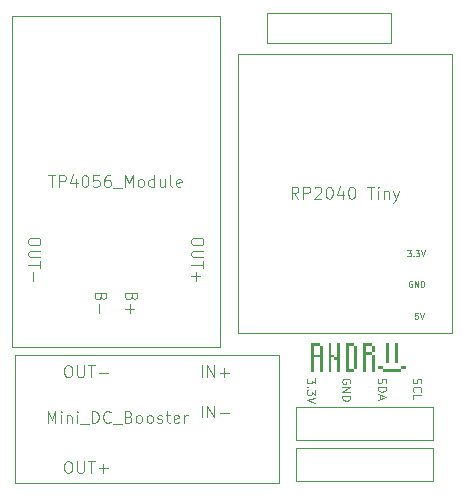
<source format=gto>
G04 #@! TF.GenerationSoftware,KiCad,Pcbnew,9.0.3*
G04 #@! TF.CreationDate,2025-12-21T00:47:55-08:00*
G04 #@! TF.ProjectId,fluid_keychain_electronics,666c7569-645f-46b6-9579-636861696e5f,rev?*
G04 #@! TF.SameCoordinates,Original*
G04 #@! TF.FileFunction,Legend,Top*
G04 #@! TF.FilePolarity,Positive*
%FSLAX46Y46*%
G04 Gerber Fmt 4.6, Leading zero omitted, Abs format (unit mm)*
G04 Created by KiCad (PCBNEW 9.0.3) date 2025-12-21 00:47:55*
%MOMM*%
%LPD*%
G01*
G04 APERTURE LIST*
G04 Aperture macros list*
%AMFreePoly0*
4,1,5,0.750000,-1.000000,-0.750000,-1.000000,-0.750000,1.000000,0.750000,1.000000,0.750000,-1.000000,0.750000,-1.000000,$1*%
G04 Aperture macros list end*
%ADD10C,0.100000*%
%ADD11C,0.000000*%
%ADD12C,2.000000*%
%ADD13R,2.500000X2.500000*%
%ADD14FreePoly0,90.000000*%
%ADD15FreePoly0,0.000000*%
%ADD16O,3.500000X2.000000*%
G04 APERTURE END LIST*
D10*
X100124200Y-57699122D02*
X100090866Y-57799122D01*
X100090866Y-57799122D02*
X100090866Y-57965789D01*
X100090866Y-57965789D02*
X100124200Y-58032455D01*
X100124200Y-58032455D02*
X100157533Y-58065789D01*
X100157533Y-58065789D02*
X100224200Y-58099122D01*
X100224200Y-58099122D02*
X100290866Y-58099122D01*
X100290866Y-58099122D02*
X100357533Y-58065789D01*
X100357533Y-58065789D02*
X100390866Y-58032455D01*
X100390866Y-58032455D02*
X100424200Y-57965789D01*
X100424200Y-57965789D02*
X100457533Y-57832455D01*
X100457533Y-57832455D02*
X100490866Y-57765789D01*
X100490866Y-57765789D02*
X100524200Y-57732455D01*
X100524200Y-57732455D02*
X100590866Y-57699122D01*
X100590866Y-57699122D02*
X100657533Y-57699122D01*
X100657533Y-57699122D02*
X100724200Y-57732455D01*
X100724200Y-57732455D02*
X100757533Y-57765789D01*
X100757533Y-57765789D02*
X100790866Y-57832455D01*
X100790866Y-57832455D02*
X100790866Y-57999122D01*
X100790866Y-57999122D02*
X100757533Y-58099122D01*
X100157533Y-58799122D02*
X100124200Y-58765789D01*
X100124200Y-58765789D02*
X100090866Y-58665789D01*
X100090866Y-58665789D02*
X100090866Y-58599122D01*
X100090866Y-58599122D02*
X100124200Y-58499122D01*
X100124200Y-58499122D02*
X100190866Y-58432456D01*
X100190866Y-58432456D02*
X100257533Y-58399122D01*
X100257533Y-58399122D02*
X100390866Y-58365789D01*
X100390866Y-58365789D02*
X100490866Y-58365789D01*
X100490866Y-58365789D02*
X100624200Y-58399122D01*
X100624200Y-58399122D02*
X100690866Y-58432456D01*
X100690866Y-58432456D02*
X100757533Y-58499122D01*
X100757533Y-58499122D02*
X100790866Y-58599122D01*
X100790866Y-58599122D02*
X100790866Y-58665789D01*
X100790866Y-58665789D02*
X100757533Y-58765789D01*
X100757533Y-58765789D02*
X100724200Y-58799122D01*
X100090866Y-59432456D02*
X100090866Y-59099122D01*
X100090866Y-59099122D02*
X100790866Y-59099122D01*
X91790866Y-57665789D02*
X91790866Y-58099122D01*
X91790866Y-58099122D02*
X91524200Y-57865789D01*
X91524200Y-57865789D02*
X91524200Y-57965789D01*
X91524200Y-57965789D02*
X91490866Y-58032455D01*
X91490866Y-58032455D02*
X91457533Y-58065789D01*
X91457533Y-58065789D02*
X91390866Y-58099122D01*
X91390866Y-58099122D02*
X91224200Y-58099122D01*
X91224200Y-58099122D02*
X91157533Y-58065789D01*
X91157533Y-58065789D02*
X91124200Y-58032455D01*
X91124200Y-58032455D02*
X91090866Y-57965789D01*
X91090866Y-57965789D02*
X91090866Y-57765789D01*
X91090866Y-57765789D02*
X91124200Y-57699122D01*
X91124200Y-57699122D02*
X91157533Y-57665789D01*
X91157533Y-58399122D02*
X91124200Y-58432456D01*
X91124200Y-58432456D02*
X91090866Y-58399122D01*
X91090866Y-58399122D02*
X91124200Y-58365789D01*
X91124200Y-58365789D02*
X91157533Y-58399122D01*
X91157533Y-58399122D02*
X91090866Y-58399122D01*
X91790866Y-58665789D02*
X91790866Y-59099122D01*
X91790866Y-59099122D02*
X91524200Y-58865789D01*
X91524200Y-58865789D02*
X91524200Y-58965789D01*
X91524200Y-58965789D02*
X91490866Y-59032455D01*
X91490866Y-59032455D02*
X91457533Y-59065789D01*
X91457533Y-59065789D02*
X91390866Y-59099122D01*
X91390866Y-59099122D02*
X91224200Y-59099122D01*
X91224200Y-59099122D02*
X91157533Y-59065789D01*
X91157533Y-59065789D02*
X91124200Y-59032455D01*
X91124200Y-59032455D02*
X91090866Y-58965789D01*
X91090866Y-58965789D02*
X91090866Y-58765789D01*
X91090866Y-58765789D02*
X91124200Y-58699122D01*
X91124200Y-58699122D02*
X91157533Y-58665789D01*
X91790866Y-59299122D02*
X91090866Y-59532456D01*
X91090866Y-59532456D02*
X91790866Y-59765789D01*
X94757533Y-58099122D02*
X94790866Y-58032455D01*
X94790866Y-58032455D02*
X94790866Y-57932455D01*
X94790866Y-57932455D02*
X94757533Y-57832455D01*
X94757533Y-57832455D02*
X94690866Y-57765789D01*
X94690866Y-57765789D02*
X94624200Y-57732455D01*
X94624200Y-57732455D02*
X94490866Y-57699122D01*
X94490866Y-57699122D02*
X94390866Y-57699122D01*
X94390866Y-57699122D02*
X94257533Y-57732455D01*
X94257533Y-57732455D02*
X94190866Y-57765789D01*
X94190866Y-57765789D02*
X94124200Y-57832455D01*
X94124200Y-57832455D02*
X94090866Y-57932455D01*
X94090866Y-57932455D02*
X94090866Y-57999122D01*
X94090866Y-57999122D02*
X94124200Y-58099122D01*
X94124200Y-58099122D02*
X94157533Y-58132455D01*
X94157533Y-58132455D02*
X94390866Y-58132455D01*
X94390866Y-58132455D02*
X94390866Y-57999122D01*
X94090866Y-58432455D02*
X94790866Y-58432455D01*
X94790866Y-58432455D02*
X94090866Y-58832455D01*
X94090866Y-58832455D02*
X94790866Y-58832455D01*
X94090866Y-59165788D02*
X94790866Y-59165788D01*
X94790866Y-59165788D02*
X94790866Y-59332455D01*
X94790866Y-59332455D02*
X94757533Y-59432455D01*
X94757533Y-59432455D02*
X94690866Y-59499122D01*
X94690866Y-59499122D02*
X94624200Y-59532455D01*
X94624200Y-59532455D02*
X94490866Y-59565788D01*
X94490866Y-59565788D02*
X94390866Y-59565788D01*
X94390866Y-59565788D02*
X94257533Y-59532455D01*
X94257533Y-59532455D02*
X94190866Y-59499122D01*
X94190866Y-59499122D02*
X94124200Y-59432455D01*
X94124200Y-59432455D02*
X94090866Y-59332455D01*
X94090866Y-59332455D02*
X94090866Y-59165788D01*
X97124200Y-57699122D02*
X97090866Y-57799122D01*
X97090866Y-57799122D02*
X97090866Y-57965789D01*
X97090866Y-57965789D02*
X97124200Y-58032455D01*
X97124200Y-58032455D02*
X97157533Y-58065789D01*
X97157533Y-58065789D02*
X97224200Y-58099122D01*
X97224200Y-58099122D02*
X97290866Y-58099122D01*
X97290866Y-58099122D02*
X97357533Y-58065789D01*
X97357533Y-58065789D02*
X97390866Y-58032455D01*
X97390866Y-58032455D02*
X97424200Y-57965789D01*
X97424200Y-57965789D02*
X97457533Y-57832455D01*
X97457533Y-57832455D02*
X97490866Y-57765789D01*
X97490866Y-57765789D02*
X97524200Y-57732455D01*
X97524200Y-57732455D02*
X97590866Y-57699122D01*
X97590866Y-57699122D02*
X97657533Y-57699122D01*
X97657533Y-57699122D02*
X97724200Y-57732455D01*
X97724200Y-57732455D02*
X97757533Y-57765789D01*
X97757533Y-57765789D02*
X97790866Y-57832455D01*
X97790866Y-57832455D02*
X97790866Y-57999122D01*
X97790866Y-57999122D02*
X97757533Y-58099122D01*
X97090866Y-58399122D02*
X97790866Y-58399122D01*
X97790866Y-58399122D02*
X97790866Y-58565789D01*
X97790866Y-58565789D02*
X97757533Y-58665789D01*
X97757533Y-58665789D02*
X97690866Y-58732456D01*
X97690866Y-58732456D02*
X97624200Y-58765789D01*
X97624200Y-58765789D02*
X97490866Y-58799122D01*
X97490866Y-58799122D02*
X97390866Y-58799122D01*
X97390866Y-58799122D02*
X97257533Y-58765789D01*
X97257533Y-58765789D02*
X97190866Y-58732456D01*
X97190866Y-58732456D02*
X97124200Y-58665789D01*
X97124200Y-58665789D02*
X97090866Y-58565789D01*
X97090866Y-58565789D02*
X97090866Y-58399122D01*
X97290866Y-59065789D02*
X97290866Y-59399122D01*
X97090866Y-58999122D02*
X97790866Y-59232456D01*
X97790866Y-59232456D02*
X97090866Y-59465789D01*
X69209523Y-40457419D02*
X69780951Y-40457419D01*
X69495237Y-41457419D02*
X69495237Y-40457419D01*
X70114285Y-41457419D02*
X70114285Y-40457419D01*
X70114285Y-40457419D02*
X70495237Y-40457419D01*
X70495237Y-40457419D02*
X70590475Y-40505038D01*
X70590475Y-40505038D02*
X70638094Y-40552657D01*
X70638094Y-40552657D02*
X70685713Y-40647895D01*
X70685713Y-40647895D02*
X70685713Y-40790752D01*
X70685713Y-40790752D02*
X70638094Y-40885990D01*
X70638094Y-40885990D02*
X70590475Y-40933609D01*
X70590475Y-40933609D02*
X70495237Y-40981228D01*
X70495237Y-40981228D02*
X70114285Y-40981228D01*
X71542856Y-40790752D02*
X71542856Y-41457419D01*
X71304761Y-40409800D02*
X71066666Y-41124085D01*
X71066666Y-41124085D02*
X71685713Y-41124085D01*
X72257142Y-40457419D02*
X72352380Y-40457419D01*
X72352380Y-40457419D02*
X72447618Y-40505038D01*
X72447618Y-40505038D02*
X72495237Y-40552657D01*
X72495237Y-40552657D02*
X72542856Y-40647895D01*
X72542856Y-40647895D02*
X72590475Y-40838371D01*
X72590475Y-40838371D02*
X72590475Y-41076466D01*
X72590475Y-41076466D02*
X72542856Y-41266942D01*
X72542856Y-41266942D02*
X72495237Y-41362180D01*
X72495237Y-41362180D02*
X72447618Y-41409800D01*
X72447618Y-41409800D02*
X72352380Y-41457419D01*
X72352380Y-41457419D02*
X72257142Y-41457419D01*
X72257142Y-41457419D02*
X72161904Y-41409800D01*
X72161904Y-41409800D02*
X72114285Y-41362180D01*
X72114285Y-41362180D02*
X72066666Y-41266942D01*
X72066666Y-41266942D02*
X72019047Y-41076466D01*
X72019047Y-41076466D02*
X72019047Y-40838371D01*
X72019047Y-40838371D02*
X72066666Y-40647895D01*
X72066666Y-40647895D02*
X72114285Y-40552657D01*
X72114285Y-40552657D02*
X72161904Y-40505038D01*
X72161904Y-40505038D02*
X72257142Y-40457419D01*
X73495237Y-40457419D02*
X73019047Y-40457419D01*
X73019047Y-40457419D02*
X72971428Y-40933609D01*
X72971428Y-40933609D02*
X73019047Y-40885990D01*
X73019047Y-40885990D02*
X73114285Y-40838371D01*
X73114285Y-40838371D02*
X73352380Y-40838371D01*
X73352380Y-40838371D02*
X73447618Y-40885990D01*
X73447618Y-40885990D02*
X73495237Y-40933609D01*
X73495237Y-40933609D02*
X73542856Y-41028847D01*
X73542856Y-41028847D02*
X73542856Y-41266942D01*
X73542856Y-41266942D02*
X73495237Y-41362180D01*
X73495237Y-41362180D02*
X73447618Y-41409800D01*
X73447618Y-41409800D02*
X73352380Y-41457419D01*
X73352380Y-41457419D02*
X73114285Y-41457419D01*
X73114285Y-41457419D02*
X73019047Y-41409800D01*
X73019047Y-41409800D02*
X72971428Y-41362180D01*
X74399999Y-40457419D02*
X74209523Y-40457419D01*
X74209523Y-40457419D02*
X74114285Y-40505038D01*
X74114285Y-40505038D02*
X74066666Y-40552657D01*
X74066666Y-40552657D02*
X73971428Y-40695514D01*
X73971428Y-40695514D02*
X73923809Y-40885990D01*
X73923809Y-40885990D02*
X73923809Y-41266942D01*
X73923809Y-41266942D02*
X73971428Y-41362180D01*
X73971428Y-41362180D02*
X74019047Y-41409800D01*
X74019047Y-41409800D02*
X74114285Y-41457419D01*
X74114285Y-41457419D02*
X74304761Y-41457419D01*
X74304761Y-41457419D02*
X74399999Y-41409800D01*
X74399999Y-41409800D02*
X74447618Y-41362180D01*
X74447618Y-41362180D02*
X74495237Y-41266942D01*
X74495237Y-41266942D02*
X74495237Y-41028847D01*
X74495237Y-41028847D02*
X74447618Y-40933609D01*
X74447618Y-40933609D02*
X74399999Y-40885990D01*
X74399999Y-40885990D02*
X74304761Y-40838371D01*
X74304761Y-40838371D02*
X74114285Y-40838371D01*
X74114285Y-40838371D02*
X74019047Y-40885990D01*
X74019047Y-40885990D02*
X73971428Y-40933609D01*
X73971428Y-40933609D02*
X73923809Y-41028847D01*
X74685714Y-41552657D02*
X75447618Y-41552657D01*
X75685714Y-41457419D02*
X75685714Y-40457419D01*
X75685714Y-40457419D02*
X76019047Y-41171704D01*
X76019047Y-41171704D02*
X76352380Y-40457419D01*
X76352380Y-40457419D02*
X76352380Y-41457419D01*
X76971428Y-41457419D02*
X76876190Y-41409800D01*
X76876190Y-41409800D02*
X76828571Y-41362180D01*
X76828571Y-41362180D02*
X76780952Y-41266942D01*
X76780952Y-41266942D02*
X76780952Y-40981228D01*
X76780952Y-40981228D02*
X76828571Y-40885990D01*
X76828571Y-40885990D02*
X76876190Y-40838371D01*
X76876190Y-40838371D02*
X76971428Y-40790752D01*
X76971428Y-40790752D02*
X77114285Y-40790752D01*
X77114285Y-40790752D02*
X77209523Y-40838371D01*
X77209523Y-40838371D02*
X77257142Y-40885990D01*
X77257142Y-40885990D02*
X77304761Y-40981228D01*
X77304761Y-40981228D02*
X77304761Y-41266942D01*
X77304761Y-41266942D02*
X77257142Y-41362180D01*
X77257142Y-41362180D02*
X77209523Y-41409800D01*
X77209523Y-41409800D02*
X77114285Y-41457419D01*
X77114285Y-41457419D02*
X76971428Y-41457419D01*
X78161904Y-41457419D02*
X78161904Y-40457419D01*
X78161904Y-41409800D02*
X78066666Y-41457419D01*
X78066666Y-41457419D02*
X77876190Y-41457419D01*
X77876190Y-41457419D02*
X77780952Y-41409800D01*
X77780952Y-41409800D02*
X77733333Y-41362180D01*
X77733333Y-41362180D02*
X77685714Y-41266942D01*
X77685714Y-41266942D02*
X77685714Y-40981228D01*
X77685714Y-40981228D02*
X77733333Y-40885990D01*
X77733333Y-40885990D02*
X77780952Y-40838371D01*
X77780952Y-40838371D02*
X77876190Y-40790752D01*
X77876190Y-40790752D02*
X78066666Y-40790752D01*
X78066666Y-40790752D02*
X78161904Y-40838371D01*
X79066666Y-40790752D02*
X79066666Y-41457419D01*
X78638095Y-40790752D02*
X78638095Y-41314561D01*
X78638095Y-41314561D02*
X78685714Y-41409800D01*
X78685714Y-41409800D02*
X78780952Y-41457419D01*
X78780952Y-41457419D02*
X78923809Y-41457419D01*
X78923809Y-41457419D02*
X79019047Y-41409800D01*
X79019047Y-41409800D02*
X79066666Y-41362180D01*
X79685714Y-41457419D02*
X79590476Y-41409800D01*
X79590476Y-41409800D02*
X79542857Y-41314561D01*
X79542857Y-41314561D02*
X79542857Y-40457419D01*
X80447619Y-41409800D02*
X80352381Y-41457419D01*
X80352381Y-41457419D02*
X80161905Y-41457419D01*
X80161905Y-41457419D02*
X80066667Y-41409800D01*
X80066667Y-41409800D02*
X80019048Y-41314561D01*
X80019048Y-41314561D02*
X80019048Y-40933609D01*
X80019048Y-40933609D02*
X80066667Y-40838371D01*
X80066667Y-40838371D02*
X80161905Y-40790752D01*
X80161905Y-40790752D02*
X80352381Y-40790752D01*
X80352381Y-40790752D02*
X80447619Y-40838371D01*
X80447619Y-40838371D02*
X80495238Y-40933609D01*
X80495238Y-40933609D02*
X80495238Y-41028847D01*
X80495238Y-41028847D02*
X80019048Y-41124085D01*
X73651390Y-50737217D02*
X73603771Y-50880074D01*
X73603771Y-50880074D02*
X73556152Y-50927693D01*
X73556152Y-50927693D02*
X73460914Y-50975312D01*
X73460914Y-50975312D02*
X73318057Y-50975312D01*
X73318057Y-50975312D02*
X73222819Y-50927693D01*
X73222819Y-50927693D02*
X73175200Y-50880074D01*
X73175200Y-50880074D02*
X73127580Y-50784836D01*
X73127580Y-50784836D02*
X73127580Y-50403884D01*
X73127580Y-50403884D02*
X74127580Y-50403884D01*
X74127580Y-50403884D02*
X74127580Y-50737217D01*
X74127580Y-50737217D02*
X74079961Y-50832455D01*
X74079961Y-50832455D02*
X74032342Y-50880074D01*
X74032342Y-50880074D02*
X73937104Y-50927693D01*
X73937104Y-50927693D02*
X73841866Y-50927693D01*
X73841866Y-50927693D02*
X73746628Y-50880074D01*
X73746628Y-50880074D02*
X73699009Y-50832455D01*
X73699009Y-50832455D02*
X73651390Y-50737217D01*
X73651390Y-50737217D02*
X73651390Y-50403884D01*
X73508533Y-51403884D02*
X73508533Y-52165789D01*
X82327580Y-45994360D02*
X82327580Y-46184836D01*
X82327580Y-46184836D02*
X82279961Y-46280074D01*
X82279961Y-46280074D02*
X82184723Y-46375312D01*
X82184723Y-46375312D02*
X81994247Y-46422931D01*
X81994247Y-46422931D02*
X81660914Y-46422931D01*
X81660914Y-46422931D02*
X81470438Y-46375312D01*
X81470438Y-46375312D02*
X81375200Y-46280074D01*
X81375200Y-46280074D02*
X81327580Y-46184836D01*
X81327580Y-46184836D02*
X81327580Y-45994360D01*
X81327580Y-45994360D02*
X81375200Y-45899122D01*
X81375200Y-45899122D02*
X81470438Y-45803884D01*
X81470438Y-45803884D02*
X81660914Y-45756265D01*
X81660914Y-45756265D02*
X81994247Y-45756265D01*
X81994247Y-45756265D02*
X82184723Y-45803884D01*
X82184723Y-45803884D02*
X82279961Y-45899122D01*
X82279961Y-45899122D02*
X82327580Y-45994360D01*
X82327580Y-46851503D02*
X81518057Y-46851503D01*
X81518057Y-46851503D02*
X81422819Y-46899122D01*
X81422819Y-46899122D02*
X81375200Y-46946741D01*
X81375200Y-46946741D02*
X81327580Y-47041979D01*
X81327580Y-47041979D02*
X81327580Y-47232455D01*
X81327580Y-47232455D02*
X81375200Y-47327693D01*
X81375200Y-47327693D02*
X81422819Y-47375312D01*
X81422819Y-47375312D02*
X81518057Y-47422931D01*
X81518057Y-47422931D02*
X82327580Y-47422931D01*
X82327580Y-47756265D02*
X82327580Y-48327693D01*
X81327580Y-48041979D02*
X82327580Y-48041979D01*
X81708533Y-48661027D02*
X81708533Y-49422932D01*
X81327580Y-49041979D02*
X82089485Y-49041979D01*
X76251390Y-50737217D02*
X76203771Y-50880074D01*
X76203771Y-50880074D02*
X76156152Y-50927693D01*
X76156152Y-50927693D02*
X76060914Y-50975312D01*
X76060914Y-50975312D02*
X75918057Y-50975312D01*
X75918057Y-50975312D02*
X75822819Y-50927693D01*
X75822819Y-50927693D02*
X75775200Y-50880074D01*
X75775200Y-50880074D02*
X75727580Y-50784836D01*
X75727580Y-50784836D02*
X75727580Y-50403884D01*
X75727580Y-50403884D02*
X76727580Y-50403884D01*
X76727580Y-50403884D02*
X76727580Y-50737217D01*
X76727580Y-50737217D02*
X76679961Y-50832455D01*
X76679961Y-50832455D02*
X76632342Y-50880074D01*
X76632342Y-50880074D02*
X76537104Y-50927693D01*
X76537104Y-50927693D02*
X76441866Y-50927693D01*
X76441866Y-50927693D02*
X76346628Y-50880074D01*
X76346628Y-50880074D02*
X76299009Y-50832455D01*
X76299009Y-50832455D02*
X76251390Y-50737217D01*
X76251390Y-50737217D02*
X76251390Y-50403884D01*
X76108533Y-51403884D02*
X76108533Y-52165789D01*
X75727580Y-51784836D02*
X76489485Y-51784836D01*
X68527580Y-45994360D02*
X68527580Y-46184836D01*
X68527580Y-46184836D02*
X68479961Y-46280074D01*
X68479961Y-46280074D02*
X68384723Y-46375312D01*
X68384723Y-46375312D02*
X68194247Y-46422931D01*
X68194247Y-46422931D02*
X67860914Y-46422931D01*
X67860914Y-46422931D02*
X67670438Y-46375312D01*
X67670438Y-46375312D02*
X67575200Y-46280074D01*
X67575200Y-46280074D02*
X67527580Y-46184836D01*
X67527580Y-46184836D02*
X67527580Y-45994360D01*
X67527580Y-45994360D02*
X67575200Y-45899122D01*
X67575200Y-45899122D02*
X67670438Y-45803884D01*
X67670438Y-45803884D02*
X67860914Y-45756265D01*
X67860914Y-45756265D02*
X68194247Y-45756265D01*
X68194247Y-45756265D02*
X68384723Y-45803884D01*
X68384723Y-45803884D02*
X68479961Y-45899122D01*
X68479961Y-45899122D02*
X68527580Y-45994360D01*
X68527580Y-46851503D02*
X67718057Y-46851503D01*
X67718057Y-46851503D02*
X67622819Y-46899122D01*
X67622819Y-46899122D02*
X67575200Y-46946741D01*
X67575200Y-46946741D02*
X67527580Y-47041979D01*
X67527580Y-47041979D02*
X67527580Y-47232455D01*
X67527580Y-47232455D02*
X67575200Y-47327693D01*
X67575200Y-47327693D02*
X67622819Y-47375312D01*
X67622819Y-47375312D02*
X67718057Y-47422931D01*
X67718057Y-47422931D02*
X68527580Y-47422931D01*
X68527580Y-47756265D02*
X68527580Y-48327693D01*
X67527580Y-48041979D02*
X68527580Y-48041979D01*
X67908533Y-48661027D02*
X67908533Y-49422932D01*
X90371428Y-42457419D02*
X90038095Y-41981228D01*
X89800000Y-42457419D02*
X89800000Y-41457419D01*
X89800000Y-41457419D02*
X90180952Y-41457419D01*
X90180952Y-41457419D02*
X90276190Y-41505038D01*
X90276190Y-41505038D02*
X90323809Y-41552657D01*
X90323809Y-41552657D02*
X90371428Y-41647895D01*
X90371428Y-41647895D02*
X90371428Y-41790752D01*
X90371428Y-41790752D02*
X90323809Y-41885990D01*
X90323809Y-41885990D02*
X90276190Y-41933609D01*
X90276190Y-41933609D02*
X90180952Y-41981228D01*
X90180952Y-41981228D02*
X89800000Y-41981228D01*
X90800000Y-42457419D02*
X90800000Y-41457419D01*
X90800000Y-41457419D02*
X91180952Y-41457419D01*
X91180952Y-41457419D02*
X91276190Y-41505038D01*
X91276190Y-41505038D02*
X91323809Y-41552657D01*
X91323809Y-41552657D02*
X91371428Y-41647895D01*
X91371428Y-41647895D02*
X91371428Y-41790752D01*
X91371428Y-41790752D02*
X91323809Y-41885990D01*
X91323809Y-41885990D02*
X91276190Y-41933609D01*
X91276190Y-41933609D02*
X91180952Y-41981228D01*
X91180952Y-41981228D02*
X90800000Y-41981228D01*
X91752381Y-41552657D02*
X91800000Y-41505038D01*
X91800000Y-41505038D02*
X91895238Y-41457419D01*
X91895238Y-41457419D02*
X92133333Y-41457419D01*
X92133333Y-41457419D02*
X92228571Y-41505038D01*
X92228571Y-41505038D02*
X92276190Y-41552657D01*
X92276190Y-41552657D02*
X92323809Y-41647895D01*
X92323809Y-41647895D02*
X92323809Y-41743133D01*
X92323809Y-41743133D02*
X92276190Y-41885990D01*
X92276190Y-41885990D02*
X91704762Y-42457419D01*
X91704762Y-42457419D02*
X92323809Y-42457419D01*
X92942857Y-41457419D02*
X93038095Y-41457419D01*
X93038095Y-41457419D02*
X93133333Y-41505038D01*
X93133333Y-41505038D02*
X93180952Y-41552657D01*
X93180952Y-41552657D02*
X93228571Y-41647895D01*
X93228571Y-41647895D02*
X93276190Y-41838371D01*
X93276190Y-41838371D02*
X93276190Y-42076466D01*
X93276190Y-42076466D02*
X93228571Y-42266942D01*
X93228571Y-42266942D02*
X93180952Y-42362180D01*
X93180952Y-42362180D02*
X93133333Y-42409800D01*
X93133333Y-42409800D02*
X93038095Y-42457419D01*
X93038095Y-42457419D02*
X92942857Y-42457419D01*
X92942857Y-42457419D02*
X92847619Y-42409800D01*
X92847619Y-42409800D02*
X92800000Y-42362180D01*
X92800000Y-42362180D02*
X92752381Y-42266942D01*
X92752381Y-42266942D02*
X92704762Y-42076466D01*
X92704762Y-42076466D02*
X92704762Y-41838371D01*
X92704762Y-41838371D02*
X92752381Y-41647895D01*
X92752381Y-41647895D02*
X92800000Y-41552657D01*
X92800000Y-41552657D02*
X92847619Y-41505038D01*
X92847619Y-41505038D02*
X92942857Y-41457419D01*
X94133333Y-41790752D02*
X94133333Y-42457419D01*
X93895238Y-41409800D02*
X93657143Y-42124085D01*
X93657143Y-42124085D02*
X94276190Y-42124085D01*
X94847619Y-41457419D02*
X94942857Y-41457419D01*
X94942857Y-41457419D02*
X95038095Y-41505038D01*
X95038095Y-41505038D02*
X95085714Y-41552657D01*
X95085714Y-41552657D02*
X95133333Y-41647895D01*
X95133333Y-41647895D02*
X95180952Y-41838371D01*
X95180952Y-41838371D02*
X95180952Y-42076466D01*
X95180952Y-42076466D02*
X95133333Y-42266942D01*
X95133333Y-42266942D02*
X95085714Y-42362180D01*
X95085714Y-42362180D02*
X95038095Y-42409800D01*
X95038095Y-42409800D02*
X94942857Y-42457419D01*
X94942857Y-42457419D02*
X94847619Y-42457419D01*
X94847619Y-42457419D02*
X94752381Y-42409800D01*
X94752381Y-42409800D02*
X94704762Y-42362180D01*
X94704762Y-42362180D02*
X94657143Y-42266942D01*
X94657143Y-42266942D02*
X94609524Y-42076466D01*
X94609524Y-42076466D02*
X94609524Y-41838371D01*
X94609524Y-41838371D02*
X94657143Y-41647895D01*
X94657143Y-41647895D02*
X94704762Y-41552657D01*
X94704762Y-41552657D02*
X94752381Y-41505038D01*
X94752381Y-41505038D02*
X94847619Y-41457419D01*
X96228572Y-41457419D02*
X96800000Y-41457419D01*
X96514286Y-42457419D02*
X96514286Y-41457419D01*
X97133334Y-42457419D02*
X97133334Y-41790752D01*
X97133334Y-41457419D02*
X97085715Y-41505038D01*
X97085715Y-41505038D02*
X97133334Y-41552657D01*
X97133334Y-41552657D02*
X97180953Y-41505038D01*
X97180953Y-41505038D02*
X97133334Y-41457419D01*
X97133334Y-41457419D02*
X97133334Y-41552657D01*
X97609524Y-41790752D02*
X97609524Y-42457419D01*
X97609524Y-41885990D02*
X97657143Y-41838371D01*
X97657143Y-41838371D02*
X97752381Y-41790752D01*
X97752381Y-41790752D02*
X97895238Y-41790752D01*
X97895238Y-41790752D02*
X97990476Y-41838371D01*
X97990476Y-41838371D02*
X98038095Y-41933609D01*
X98038095Y-41933609D02*
X98038095Y-42457419D01*
X98419048Y-41790752D02*
X98657143Y-42457419D01*
X98895238Y-41790752D02*
X98657143Y-42457419D01*
X98657143Y-42457419D02*
X98561905Y-42695514D01*
X98561905Y-42695514D02*
X98514286Y-42743133D01*
X98514286Y-42743133D02*
X98419048Y-42790752D01*
X100486592Y-52133609D02*
X100248497Y-52133609D01*
X100248497Y-52133609D02*
X100224688Y-52371704D01*
X100224688Y-52371704D02*
X100248497Y-52347895D01*
X100248497Y-52347895D02*
X100296116Y-52324085D01*
X100296116Y-52324085D02*
X100415164Y-52324085D01*
X100415164Y-52324085D02*
X100462783Y-52347895D01*
X100462783Y-52347895D02*
X100486592Y-52371704D01*
X100486592Y-52371704D02*
X100510402Y-52419323D01*
X100510402Y-52419323D02*
X100510402Y-52538371D01*
X100510402Y-52538371D02*
X100486592Y-52585990D01*
X100486592Y-52585990D02*
X100462783Y-52609800D01*
X100462783Y-52609800D02*
X100415164Y-52633609D01*
X100415164Y-52633609D02*
X100296116Y-52633609D01*
X100296116Y-52633609D02*
X100248497Y-52609800D01*
X100248497Y-52609800D02*
X100224688Y-52585990D01*
X100653259Y-52133609D02*
X100819925Y-52633609D01*
X100819925Y-52633609D02*
X100986592Y-52133609D01*
X99991353Y-49457419D02*
X99943734Y-49433609D01*
X99943734Y-49433609D02*
X99872305Y-49433609D01*
X99872305Y-49433609D02*
X99800877Y-49457419D01*
X99800877Y-49457419D02*
X99753258Y-49505038D01*
X99753258Y-49505038D02*
X99729448Y-49552657D01*
X99729448Y-49552657D02*
X99705639Y-49647895D01*
X99705639Y-49647895D02*
X99705639Y-49719323D01*
X99705639Y-49719323D02*
X99729448Y-49814561D01*
X99729448Y-49814561D02*
X99753258Y-49862180D01*
X99753258Y-49862180D02*
X99800877Y-49909800D01*
X99800877Y-49909800D02*
X99872305Y-49933609D01*
X99872305Y-49933609D02*
X99919924Y-49933609D01*
X99919924Y-49933609D02*
X99991353Y-49909800D01*
X99991353Y-49909800D02*
X100015162Y-49885990D01*
X100015162Y-49885990D02*
X100015162Y-49719323D01*
X100015162Y-49719323D02*
X99919924Y-49719323D01*
X100229448Y-49933609D02*
X100229448Y-49433609D01*
X100229448Y-49433609D02*
X100515162Y-49933609D01*
X100515162Y-49933609D02*
X100515162Y-49433609D01*
X100753258Y-49933609D02*
X100753258Y-49433609D01*
X100753258Y-49433609D02*
X100872306Y-49433609D01*
X100872306Y-49433609D02*
X100943734Y-49457419D01*
X100943734Y-49457419D02*
X100991353Y-49505038D01*
X100991353Y-49505038D02*
X101015163Y-49552657D01*
X101015163Y-49552657D02*
X101038972Y-49647895D01*
X101038972Y-49647895D02*
X101038972Y-49719323D01*
X101038972Y-49719323D02*
X101015163Y-49814561D01*
X101015163Y-49814561D02*
X100991353Y-49862180D01*
X100991353Y-49862180D02*
X100943734Y-49909800D01*
X100943734Y-49909800D02*
X100872306Y-49933609D01*
X100872306Y-49933609D02*
X100753258Y-49933609D01*
X99586593Y-46833609D02*
X99896117Y-46833609D01*
X99896117Y-46833609D02*
X99729450Y-47024085D01*
X99729450Y-47024085D02*
X99800879Y-47024085D01*
X99800879Y-47024085D02*
X99848498Y-47047895D01*
X99848498Y-47047895D02*
X99872307Y-47071704D01*
X99872307Y-47071704D02*
X99896117Y-47119323D01*
X99896117Y-47119323D02*
X99896117Y-47238371D01*
X99896117Y-47238371D02*
X99872307Y-47285990D01*
X99872307Y-47285990D02*
X99848498Y-47309800D01*
X99848498Y-47309800D02*
X99800879Y-47333609D01*
X99800879Y-47333609D02*
X99658022Y-47333609D01*
X99658022Y-47333609D02*
X99610403Y-47309800D01*
X99610403Y-47309800D02*
X99586593Y-47285990D01*
X100110402Y-47285990D02*
X100134212Y-47309800D01*
X100134212Y-47309800D02*
X100110402Y-47333609D01*
X100110402Y-47333609D02*
X100086593Y-47309800D01*
X100086593Y-47309800D02*
X100110402Y-47285990D01*
X100110402Y-47285990D02*
X100110402Y-47333609D01*
X100300878Y-46833609D02*
X100610402Y-46833609D01*
X100610402Y-46833609D02*
X100443735Y-47024085D01*
X100443735Y-47024085D02*
X100515164Y-47024085D01*
X100515164Y-47024085D02*
X100562783Y-47047895D01*
X100562783Y-47047895D02*
X100586592Y-47071704D01*
X100586592Y-47071704D02*
X100610402Y-47119323D01*
X100610402Y-47119323D02*
X100610402Y-47238371D01*
X100610402Y-47238371D02*
X100586592Y-47285990D01*
X100586592Y-47285990D02*
X100562783Y-47309800D01*
X100562783Y-47309800D02*
X100515164Y-47333609D01*
X100515164Y-47333609D02*
X100372307Y-47333609D01*
X100372307Y-47333609D02*
X100324688Y-47309800D01*
X100324688Y-47309800D02*
X100300878Y-47285990D01*
X100753259Y-46833609D02*
X100919925Y-47333609D01*
X100919925Y-47333609D02*
X101086592Y-46833609D01*
X69142857Y-61457419D02*
X69142857Y-60457419D01*
X69142857Y-60457419D02*
X69476190Y-61171704D01*
X69476190Y-61171704D02*
X69809523Y-60457419D01*
X69809523Y-60457419D02*
X69809523Y-61457419D01*
X70285714Y-61457419D02*
X70285714Y-60790752D01*
X70285714Y-60457419D02*
X70238095Y-60505038D01*
X70238095Y-60505038D02*
X70285714Y-60552657D01*
X70285714Y-60552657D02*
X70333333Y-60505038D01*
X70333333Y-60505038D02*
X70285714Y-60457419D01*
X70285714Y-60457419D02*
X70285714Y-60552657D01*
X70761904Y-60790752D02*
X70761904Y-61457419D01*
X70761904Y-60885990D02*
X70809523Y-60838371D01*
X70809523Y-60838371D02*
X70904761Y-60790752D01*
X70904761Y-60790752D02*
X71047618Y-60790752D01*
X71047618Y-60790752D02*
X71142856Y-60838371D01*
X71142856Y-60838371D02*
X71190475Y-60933609D01*
X71190475Y-60933609D02*
X71190475Y-61457419D01*
X71666666Y-61457419D02*
X71666666Y-60790752D01*
X71666666Y-60457419D02*
X71619047Y-60505038D01*
X71619047Y-60505038D02*
X71666666Y-60552657D01*
X71666666Y-60552657D02*
X71714285Y-60505038D01*
X71714285Y-60505038D02*
X71666666Y-60457419D01*
X71666666Y-60457419D02*
X71666666Y-60552657D01*
X71904761Y-61552657D02*
X72666665Y-61552657D01*
X72904761Y-61457419D02*
X72904761Y-60457419D01*
X72904761Y-60457419D02*
X73142856Y-60457419D01*
X73142856Y-60457419D02*
X73285713Y-60505038D01*
X73285713Y-60505038D02*
X73380951Y-60600276D01*
X73380951Y-60600276D02*
X73428570Y-60695514D01*
X73428570Y-60695514D02*
X73476189Y-60885990D01*
X73476189Y-60885990D02*
X73476189Y-61028847D01*
X73476189Y-61028847D02*
X73428570Y-61219323D01*
X73428570Y-61219323D02*
X73380951Y-61314561D01*
X73380951Y-61314561D02*
X73285713Y-61409800D01*
X73285713Y-61409800D02*
X73142856Y-61457419D01*
X73142856Y-61457419D02*
X72904761Y-61457419D01*
X74476189Y-61362180D02*
X74428570Y-61409800D01*
X74428570Y-61409800D02*
X74285713Y-61457419D01*
X74285713Y-61457419D02*
X74190475Y-61457419D01*
X74190475Y-61457419D02*
X74047618Y-61409800D01*
X74047618Y-61409800D02*
X73952380Y-61314561D01*
X73952380Y-61314561D02*
X73904761Y-61219323D01*
X73904761Y-61219323D02*
X73857142Y-61028847D01*
X73857142Y-61028847D02*
X73857142Y-60885990D01*
X73857142Y-60885990D02*
X73904761Y-60695514D01*
X73904761Y-60695514D02*
X73952380Y-60600276D01*
X73952380Y-60600276D02*
X74047618Y-60505038D01*
X74047618Y-60505038D02*
X74190475Y-60457419D01*
X74190475Y-60457419D02*
X74285713Y-60457419D01*
X74285713Y-60457419D02*
X74428570Y-60505038D01*
X74428570Y-60505038D02*
X74476189Y-60552657D01*
X74666666Y-61552657D02*
X75428570Y-61552657D01*
X75999999Y-60933609D02*
X76142856Y-60981228D01*
X76142856Y-60981228D02*
X76190475Y-61028847D01*
X76190475Y-61028847D02*
X76238094Y-61124085D01*
X76238094Y-61124085D02*
X76238094Y-61266942D01*
X76238094Y-61266942D02*
X76190475Y-61362180D01*
X76190475Y-61362180D02*
X76142856Y-61409800D01*
X76142856Y-61409800D02*
X76047618Y-61457419D01*
X76047618Y-61457419D02*
X75666666Y-61457419D01*
X75666666Y-61457419D02*
X75666666Y-60457419D01*
X75666666Y-60457419D02*
X75999999Y-60457419D01*
X75999999Y-60457419D02*
X76095237Y-60505038D01*
X76095237Y-60505038D02*
X76142856Y-60552657D01*
X76142856Y-60552657D02*
X76190475Y-60647895D01*
X76190475Y-60647895D02*
X76190475Y-60743133D01*
X76190475Y-60743133D02*
X76142856Y-60838371D01*
X76142856Y-60838371D02*
X76095237Y-60885990D01*
X76095237Y-60885990D02*
X75999999Y-60933609D01*
X75999999Y-60933609D02*
X75666666Y-60933609D01*
X76809523Y-61457419D02*
X76714285Y-61409800D01*
X76714285Y-61409800D02*
X76666666Y-61362180D01*
X76666666Y-61362180D02*
X76619047Y-61266942D01*
X76619047Y-61266942D02*
X76619047Y-60981228D01*
X76619047Y-60981228D02*
X76666666Y-60885990D01*
X76666666Y-60885990D02*
X76714285Y-60838371D01*
X76714285Y-60838371D02*
X76809523Y-60790752D01*
X76809523Y-60790752D02*
X76952380Y-60790752D01*
X76952380Y-60790752D02*
X77047618Y-60838371D01*
X77047618Y-60838371D02*
X77095237Y-60885990D01*
X77095237Y-60885990D02*
X77142856Y-60981228D01*
X77142856Y-60981228D02*
X77142856Y-61266942D01*
X77142856Y-61266942D02*
X77095237Y-61362180D01*
X77095237Y-61362180D02*
X77047618Y-61409800D01*
X77047618Y-61409800D02*
X76952380Y-61457419D01*
X76952380Y-61457419D02*
X76809523Y-61457419D01*
X77714285Y-61457419D02*
X77619047Y-61409800D01*
X77619047Y-61409800D02*
X77571428Y-61362180D01*
X77571428Y-61362180D02*
X77523809Y-61266942D01*
X77523809Y-61266942D02*
X77523809Y-60981228D01*
X77523809Y-60981228D02*
X77571428Y-60885990D01*
X77571428Y-60885990D02*
X77619047Y-60838371D01*
X77619047Y-60838371D02*
X77714285Y-60790752D01*
X77714285Y-60790752D02*
X77857142Y-60790752D01*
X77857142Y-60790752D02*
X77952380Y-60838371D01*
X77952380Y-60838371D02*
X77999999Y-60885990D01*
X77999999Y-60885990D02*
X78047618Y-60981228D01*
X78047618Y-60981228D02*
X78047618Y-61266942D01*
X78047618Y-61266942D02*
X77999999Y-61362180D01*
X77999999Y-61362180D02*
X77952380Y-61409800D01*
X77952380Y-61409800D02*
X77857142Y-61457419D01*
X77857142Y-61457419D02*
X77714285Y-61457419D01*
X78428571Y-61409800D02*
X78523809Y-61457419D01*
X78523809Y-61457419D02*
X78714285Y-61457419D01*
X78714285Y-61457419D02*
X78809523Y-61409800D01*
X78809523Y-61409800D02*
X78857142Y-61314561D01*
X78857142Y-61314561D02*
X78857142Y-61266942D01*
X78857142Y-61266942D02*
X78809523Y-61171704D01*
X78809523Y-61171704D02*
X78714285Y-61124085D01*
X78714285Y-61124085D02*
X78571428Y-61124085D01*
X78571428Y-61124085D02*
X78476190Y-61076466D01*
X78476190Y-61076466D02*
X78428571Y-60981228D01*
X78428571Y-60981228D02*
X78428571Y-60933609D01*
X78428571Y-60933609D02*
X78476190Y-60838371D01*
X78476190Y-60838371D02*
X78571428Y-60790752D01*
X78571428Y-60790752D02*
X78714285Y-60790752D01*
X78714285Y-60790752D02*
X78809523Y-60838371D01*
X79142857Y-60790752D02*
X79523809Y-60790752D01*
X79285714Y-60457419D02*
X79285714Y-61314561D01*
X79285714Y-61314561D02*
X79333333Y-61409800D01*
X79333333Y-61409800D02*
X79428571Y-61457419D01*
X79428571Y-61457419D02*
X79523809Y-61457419D01*
X80238095Y-61409800D02*
X80142857Y-61457419D01*
X80142857Y-61457419D02*
X79952381Y-61457419D01*
X79952381Y-61457419D02*
X79857143Y-61409800D01*
X79857143Y-61409800D02*
X79809524Y-61314561D01*
X79809524Y-61314561D02*
X79809524Y-60933609D01*
X79809524Y-60933609D02*
X79857143Y-60838371D01*
X79857143Y-60838371D02*
X79952381Y-60790752D01*
X79952381Y-60790752D02*
X80142857Y-60790752D01*
X80142857Y-60790752D02*
X80238095Y-60838371D01*
X80238095Y-60838371D02*
X80285714Y-60933609D01*
X80285714Y-60933609D02*
X80285714Y-61028847D01*
X80285714Y-61028847D02*
X79809524Y-61124085D01*
X80714286Y-61457419D02*
X80714286Y-60790752D01*
X80714286Y-60981228D02*
X80761905Y-60885990D01*
X80761905Y-60885990D02*
X80809524Y-60838371D01*
X80809524Y-60838371D02*
X80904762Y-60790752D01*
X80904762Y-60790752D02*
X81000000Y-60790752D01*
X82203884Y-57572419D02*
X82203884Y-56572419D01*
X82680074Y-57572419D02*
X82680074Y-56572419D01*
X82680074Y-56572419D02*
X83251502Y-57572419D01*
X83251502Y-57572419D02*
X83251502Y-56572419D01*
X83727693Y-57191466D02*
X84489598Y-57191466D01*
X84108645Y-57572419D02*
X84108645Y-56810514D01*
X70794360Y-56572419D02*
X70984836Y-56572419D01*
X70984836Y-56572419D02*
X71080074Y-56620038D01*
X71080074Y-56620038D02*
X71175312Y-56715276D01*
X71175312Y-56715276D02*
X71222931Y-56905752D01*
X71222931Y-56905752D02*
X71222931Y-57239085D01*
X71222931Y-57239085D02*
X71175312Y-57429561D01*
X71175312Y-57429561D02*
X71080074Y-57524800D01*
X71080074Y-57524800D02*
X70984836Y-57572419D01*
X70984836Y-57572419D02*
X70794360Y-57572419D01*
X70794360Y-57572419D02*
X70699122Y-57524800D01*
X70699122Y-57524800D02*
X70603884Y-57429561D01*
X70603884Y-57429561D02*
X70556265Y-57239085D01*
X70556265Y-57239085D02*
X70556265Y-56905752D01*
X70556265Y-56905752D02*
X70603884Y-56715276D01*
X70603884Y-56715276D02*
X70699122Y-56620038D01*
X70699122Y-56620038D02*
X70794360Y-56572419D01*
X71651503Y-56572419D02*
X71651503Y-57381942D01*
X71651503Y-57381942D02*
X71699122Y-57477180D01*
X71699122Y-57477180D02*
X71746741Y-57524800D01*
X71746741Y-57524800D02*
X71841979Y-57572419D01*
X71841979Y-57572419D02*
X72032455Y-57572419D01*
X72032455Y-57572419D02*
X72127693Y-57524800D01*
X72127693Y-57524800D02*
X72175312Y-57477180D01*
X72175312Y-57477180D02*
X72222931Y-57381942D01*
X72222931Y-57381942D02*
X72222931Y-56572419D01*
X72556265Y-56572419D02*
X73127693Y-56572419D01*
X72841979Y-57572419D02*
X72841979Y-56572419D01*
X73461027Y-57191466D02*
X74222932Y-57191466D01*
X70794360Y-64672419D02*
X70984836Y-64672419D01*
X70984836Y-64672419D02*
X71080074Y-64720038D01*
X71080074Y-64720038D02*
X71175312Y-64815276D01*
X71175312Y-64815276D02*
X71222931Y-65005752D01*
X71222931Y-65005752D02*
X71222931Y-65339085D01*
X71222931Y-65339085D02*
X71175312Y-65529561D01*
X71175312Y-65529561D02*
X71080074Y-65624800D01*
X71080074Y-65624800D02*
X70984836Y-65672419D01*
X70984836Y-65672419D02*
X70794360Y-65672419D01*
X70794360Y-65672419D02*
X70699122Y-65624800D01*
X70699122Y-65624800D02*
X70603884Y-65529561D01*
X70603884Y-65529561D02*
X70556265Y-65339085D01*
X70556265Y-65339085D02*
X70556265Y-65005752D01*
X70556265Y-65005752D02*
X70603884Y-64815276D01*
X70603884Y-64815276D02*
X70699122Y-64720038D01*
X70699122Y-64720038D02*
X70794360Y-64672419D01*
X71651503Y-64672419D02*
X71651503Y-65481942D01*
X71651503Y-65481942D02*
X71699122Y-65577180D01*
X71699122Y-65577180D02*
X71746741Y-65624800D01*
X71746741Y-65624800D02*
X71841979Y-65672419D01*
X71841979Y-65672419D02*
X72032455Y-65672419D01*
X72032455Y-65672419D02*
X72127693Y-65624800D01*
X72127693Y-65624800D02*
X72175312Y-65577180D01*
X72175312Y-65577180D02*
X72222931Y-65481942D01*
X72222931Y-65481942D02*
X72222931Y-64672419D01*
X72556265Y-64672419D02*
X73127693Y-64672419D01*
X72841979Y-65672419D02*
X72841979Y-64672419D01*
X73461027Y-65291466D02*
X74222932Y-65291466D01*
X73841979Y-65672419D02*
X73841979Y-64910514D01*
X82203884Y-60972419D02*
X82203884Y-59972419D01*
X82680074Y-60972419D02*
X82680074Y-59972419D01*
X82680074Y-59972419D02*
X83251502Y-60972419D01*
X83251502Y-60972419D02*
X83251502Y-59972419D01*
X83727693Y-60591466D02*
X84489598Y-60591466D01*
X90200000Y-60100000D02*
X101800000Y-60100000D01*
X101800000Y-62900000D01*
X90200000Y-62900000D01*
X90200000Y-60100000D01*
X66100000Y-27000000D02*
X83700000Y-27000000D01*
X83700000Y-55000000D01*
X66100000Y-55000000D01*
X66100000Y-27000000D01*
X87750000Y-26700000D02*
X98250000Y-26700000D01*
X98250000Y-29300000D01*
X87750000Y-29300000D01*
X87750000Y-26700000D01*
X85250000Y-53800000D02*
X103350000Y-53800000D01*
X103350000Y-30200000D01*
X85250000Y-30200000D01*
X85250000Y-53800000D01*
X90200000Y-63600000D02*
X101800000Y-63600000D01*
X101800000Y-66400000D01*
X90200000Y-66400000D01*
X90200000Y-63600000D01*
X66400000Y-55700000D02*
X88700000Y-55700000D01*
X88700000Y-66500000D01*
X66400000Y-66500000D01*
X66400000Y-55700000D01*
D11*
G36*
X96848154Y-56400538D02*
G01*
X96848154Y-57133230D01*
X96721154Y-57133230D01*
X96594154Y-57133230D01*
X96594154Y-56400538D01*
X96594154Y-55667846D01*
X96721154Y-55667846D01*
X96848154Y-55667846D01*
X96848154Y-56400538D01*
G37*
G36*
X98059538Y-55531077D02*
G01*
X98059538Y-56390769D01*
X97942307Y-56390769D01*
X97825077Y-56390769D01*
X97825077Y-55531077D01*
X97825077Y-54671384D01*
X97942307Y-54671384D01*
X98059538Y-54671384D01*
X98059538Y-55531077D01*
G37*
G36*
X98802000Y-55531077D02*
G01*
X98802000Y-56390769D01*
X98675000Y-56390769D01*
X98548000Y-56390769D01*
X98548000Y-55531077D01*
X98548000Y-54671384D01*
X98675000Y-54671384D01*
X98802000Y-54671384D01*
X98802000Y-55531077D01*
G37*
G36*
X95128769Y-54798384D02*
G01*
X95128769Y-54925384D01*
X94884538Y-54925384D01*
X94640307Y-54925384D01*
X94640307Y-55902307D01*
X94640307Y-56879230D01*
X94884538Y-56879230D01*
X95128769Y-56879230D01*
X95128769Y-55902307D01*
X95128769Y-54925384D01*
X95255769Y-54925384D01*
X95382769Y-54925384D01*
X95382769Y-55902307D01*
X95382769Y-56879230D01*
X95255769Y-56879230D01*
X95128769Y-56879230D01*
X95128769Y-57006230D01*
X95128769Y-57133230D01*
X94767307Y-57133230D01*
X94405846Y-57133230D01*
X94405846Y-55902307D01*
X94405846Y-54671384D01*
X94767307Y-54671384D01*
X95128769Y-54671384D01*
X95128769Y-54798384D01*
G37*
G36*
X97571077Y-56762000D02*
G01*
X97571077Y-56879230D01*
X98303769Y-56879230D01*
X99036461Y-56879230D01*
X99036461Y-56762000D01*
X99036461Y-56644769D01*
X99280692Y-56644769D01*
X99524923Y-56644769D01*
X99524923Y-56762000D01*
X99524923Y-56879230D01*
X99280692Y-56879230D01*
X99036461Y-56879230D01*
X99036461Y-57006230D01*
X99036461Y-57133230D01*
X98303769Y-57133230D01*
X97571077Y-57133230D01*
X97571077Y-57006230D01*
X97571077Y-56879230D01*
X97326846Y-56879230D01*
X97082615Y-56879230D01*
X97082615Y-56762000D01*
X97082615Y-56644769D01*
X97326846Y-56644769D01*
X97571077Y-56644769D01*
X97571077Y-56762000D01*
G37*
G36*
X92198000Y-54798384D02*
G01*
X92198000Y-54925384D01*
X91953769Y-54925384D01*
X91709538Y-54925384D01*
X91709538Y-55296615D01*
X91709538Y-55667846D01*
X91953769Y-55667846D01*
X92198000Y-55667846D01*
X92198000Y-55296615D01*
X92198000Y-54925384D01*
X92325000Y-54925384D01*
X92452000Y-54925384D01*
X92452000Y-56029307D01*
X92452000Y-57133230D01*
X92325000Y-57133230D01*
X92198000Y-57133230D01*
X92198000Y-56517769D01*
X92198000Y-55902307D01*
X91953769Y-55902307D01*
X91709538Y-55902307D01*
X91709538Y-56517769D01*
X91709538Y-57133230D01*
X91592307Y-57133230D01*
X91475077Y-57133230D01*
X91475077Y-55902307D01*
X91475077Y-54671384D01*
X91836538Y-54671384D01*
X92198000Y-54671384D01*
X92198000Y-54798384D01*
G37*
G36*
X96594154Y-54798384D02*
G01*
X96594154Y-54925384D01*
X96349923Y-54925384D01*
X96105692Y-54925384D01*
X96105692Y-55169615D01*
X96105692Y-55413846D01*
X96349923Y-55413846D01*
X96594154Y-55413846D01*
X96594154Y-55169615D01*
X96594154Y-54925384D01*
X96721154Y-54925384D01*
X96848154Y-54925384D01*
X96848154Y-55169615D01*
X96848154Y-55413846D01*
X96721154Y-55413846D01*
X96594154Y-55413846D01*
X96594154Y-55540846D01*
X96594154Y-55667846D01*
X96349923Y-55667846D01*
X96105692Y-55667846D01*
X96105692Y-56400538D01*
X96105692Y-57133230D01*
X95988461Y-57133230D01*
X95871230Y-57133230D01*
X95871230Y-55902307D01*
X95871230Y-54671384D01*
X96232692Y-54671384D01*
X96594154Y-54671384D01*
X96594154Y-54798384D01*
G37*
G36*
X93174923Y-55169615D02*
G01*
X93174923Y-55667846D01*
X93301923Y-55667846D01*
X93428923Y-55667846D01*
X93428923Y-55785077D01*
X93428923Y-55902307D01*
X93546154Y-55902307D01*
X93663384Y-55902307D01*
X93663384Y-55286846D01*
X93663384Y-54671384D01*
X93790384Y-54671384D01*
X93917384Y-54671384D01*
X93917384Y-55902307D01*
X93917384Y-57133230D01*
X93790384Y-57133230D01*
X93663384Y-57133230D01*
X93663384Y-56644769D01*
X93663384Y-56156307D01*
X93546154Y-56156307D01*
X93428923Y-56156307D01*
X93428923Y-56029307D01*
X93428923Y-55902307D01*
X93301923Y-55902307D01*
X93174923Y-55902307D01*
X93174923Y-56517769D01*
X93174923Y-57133230D01*
X93057692Y-57133230D01*
X92940461Y-57133230D01*
X92940461Y-55902307D01*
X92940461Y-54671384D01*
X93057692Y-54671384D01*
X93174923Y-54671384D01*
X93174923Y-55169615D01*
G37*
%LPC*%
D12*
X91500000Y-61500000D03*
X94500000Y-61500000D03*
X97500000Y-61500000D03*
X100500000Y-61500000D03*
D13*
X67800000Y-28500000D03*
X82000000Y-28500000D03*
X67900000Y-51200000D03*
X71400000Y-51200000D03*
X78400000Y-51200000D03*
X81900000Y-51200000D03*
D12*
X89000000Y-28000000D03*
X93000000Y-28000000D03*
X97000000Y-28000000D03*
D14*
X86350000Y-52400000D03*
X86350000Y-49800000D03*
X86350000Y-47200000D03*
X86350000Y-44600000D03*
X86350000Y-42000000D03*
X86350000Y-39400000D03*
X86350000Y-36800000D03*
X86350000Y-34200000D03*
X86350000Y-31600000D03*
D15*
X89100000Y-31350000D03*
X91700000Y-31350000D03*
X94300000Y-31350000D03*
X96900000Y-31350000D03*
X99500000Y-31350000D03*
D14*
X102250000Y-31600000D03*
X102250000Y-34200000D03*
X102250000Y-36800000D03*
X102250000Y-39400000D03*
X102250000Y-42000000D03*
X102250000Y-44600000D03*
X102250000Y-47200000D03*
X102250000Y-49800000D03*
X102250000Y-52400000D03*
D12*
X91500000Y-65000000D03*
X94500000Y-65000000D03*
X97500000Y-65000000D03*
X100500000Y-65000000D03*
D16*
X68400000Y-57000000D03*
X68400000Y-65200000D03*
X86600000Y-57000000D03*
X86600000Y-60500000D03*
%LPD*%
M02*

</source>
